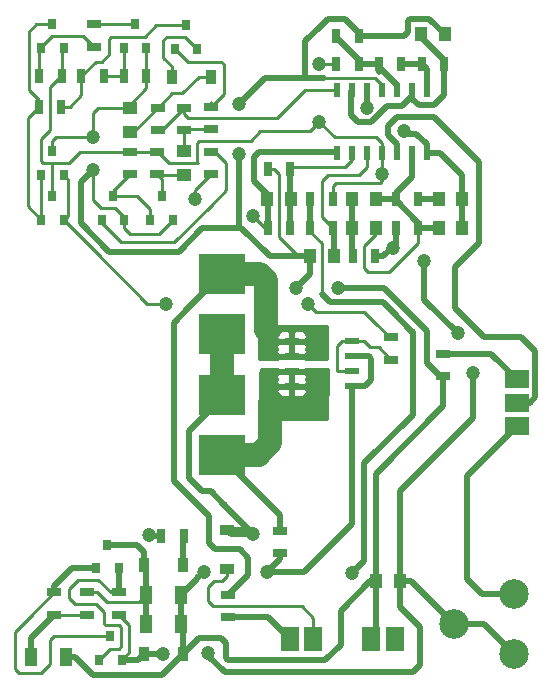
<source format=gbr>
G04 #@! TF.FileFunction,Copper,L1,Top,Signal*
%FSLAX46Y46*%
G04 Gerber Fmt 4.6, Leading zero omitted, Abs format (unit mm)*
G04 Created by KiCad (PCBNEW 4.0.7) date Monday, January 25, 2021 'AMt' 11:59:33 AM*
%MOMM*%
%LPD*%
G01*
G04 APERTURE LIST*
%ADD10C,0.100000*%
%ADD11R,1.200000X0.900000*%
%ADD12R,0.900000X1.200000*%
%ADD13R,0.800000X0.900000*%
%ADD14R,1.000000X1.250000*%
%ADD15R,1.250000X1.000000*%
%ADD16R,1.300000X0.700000*%
%ADD17R,0.700000X1.300000*%
%ADD18R,1.000000X1.600000*%
%ADD19R,2.000000X1.500000*%
%ADD20R,1.500000X2.000000*%
%ADD21R,4.000000X3.500000*%
%ADD22C,2.500000*%
%ADD23R,1.300000X0.600000*%
%ADD24R,0.600000X1.200000*%
%ADD25C,1.200000*%
%ADD26C,0.250000*%
%ADD27C,0.500000*%
%ADD28C,2.000000*%
%ADD29C,0.254000*%
G04 APERTURE END LIST*
D10*
D11*
X87400000Y-120550000D03*
X87400000Y-117250000D03*
D12*
X80350000Y-120250000D03*
X83650000Y-120250000D03*
X80350000Y-127750000D03*
X83650000Y-127750000D03*
X82700000Y-78900000D03*
X86000000Y-78900000D03*
D13*
X76800000Y-91000000D03*
X78700000Y-91000000D03*
X77750000Y-89000000D03*
X80900000Y-91000000D03*
X82800000Y-91000000D03*
X81850000Y-89000000D03*
X82950000Y-76500000D03*
X84850000Y-76500000D03*
X83900000Y-74500000D03*
X71650000Y-76450000D03*
X73550000Y-76450000D03*
X72600000Y-74450000D03*
X78650000Y-76450000D03*
X80550000Y-76450000D03*
X79600000Y-74450000D03*
X71650000Y-91000000D03*
X73550000Y-91000000D03*
X72600000Y-89000000D03*
X71650000Y-87200000D03*
X73550000Y-87200000D03*
X72600000Y-85200000D03*
D14*
X107300000Y-91700000D03*
X105300000Y-91700000D03*
D15*
X83750000Y-87200000D03*
X83750000Y-85200000D03*
X79150000Y-83550000D03*
X79150000Y-81550000D03*
D16*
X91900000Y-117350000D03*
X91900000Y-119250000D03*
X87500000Y-124650000D03*
X87500000Y-122750000D03*
D17*
X83700000Y-117750000D03*
X81800000Y-117750000D03*
D16*
X78250000Y-124450000D03*
X78250000Y-122550000D03*
X75500000Y-122550000D03*
X75500000Y-124450000D03*
X72750000Y-124450000D03*
X72750000Y-122550000D03*
D17*
X90850000Y-86700000D03*
X92750000Y-86700000D03*
X94450000Y-89200000D03*
X96350000Y-89200000D03*
X92750000Y-91700000D03*
X90850000Y-91700000D03*
X99950000Y-94100000D03*
X98050000Y-94100000D03*
X101650000Y-91700000D03*
X103550000Y-91700000D03*
X96650000Y-77800000D03*
X98550000Y-77800000D03*
X96650000Y-75400000D03*
X98550000Y-75400000D03*
X101650000Y-89200000D03*
X103550000Y-89200000D03*
X102150000Y-77800000D03*
X100250000Y-77800000D03*
X103850000Y-77800000D03*
X105750000Y-77800000D03*
D16*
X86000000Y-85250000D03*
X86000000Y-87150000D03*
X79150000Y-87150000D03*
X79150000Y-85250000D03*
X81450000Y-87150000D03*
X81450000Y-85250000D03*
X83750000Y-81500000D03*
X83750000Y-83400000D03*
X81500000Y-83400000D03*
X81500000Y-81500000D03*
X86000000Y-83350000D03*
X86000000Y-81450000D03*
D17*
X71450000Y-81450000D03*
X73350000Y-81450000D03*
X75050000Y-78850000D03*
X76950000Y-78850000D03*
X78650000Y-78850000D03*
X80550000Y-78850000D03*
X71500000Y-78850000D03*
X73400000Y-78850000D03*
D16*
X76150000Y-76350000D03*
X76150000Y-74450000D03*
X101300000Y-102850000D03*
X101300000Y-100950000D03*
D14*
X102000000Y-121600000D03*
X100000000Y-121600000D03*
D17*
X94450000Y-91700000D03*
X96350000Y-91700000D03*
D18*
X80500000Y-125250000D03*
X83500000Y-125250000D03*
D14*
X98000000Y-89200000D03*
X100000000Y-89200000D03*
X105800000Y-75300000D03*
X103800000Y-75300000D03*
X96400000Y-94100000D03*
X94400000Y-94100000D03*
X90800000Y-89200000D03*
X92800000Y-89200000D03*
D18*
X80500000Y-122750000D03*
X83500000Y-122750000D03*
D14*
X98000000Y-91700000D03*
X100000000Y-91700000D03*
D13*
X76300000Y-120500000D03*
X78200000Y-120500000D03*
X77250000Y-118500000D03*
D18*
X70750000Y-128000000D03*
X73750000Y-128000000D03*
D13*
X76550000Y-128250000D03*
X78450000Y-128250000D03*
X77500000Y-126250000D03*
D19*
X111900000Y-108500000D03*
X111900000Y-106500000D03*
X111900000Y-104500000D03*
D20*
X92700000Y-126500000D03*
X94700000Y-126500000D03*
X99600000Y-126500000D03*
X101600000Y-126500000D03*
D16*
X105700000Y-104250000D03*
X105700000Y-102350000D03*
D14*
X107300000Y-89200000D03*
X105300000Y-89200000D03*
D21*
X87000000Y-100640000D03*
X87000000Y-95560000D03*
X87000000Y-110940000D03*
X87000000Y-105860000D03*
D22*
X111700000Y-122660000D03*
X111700000Y-127740000D03*
X106620000Y-125200000D03*
D23*
X92850000Y-101295000D03*
X92850000Y-102565000D03*
X92850000Y-103835000D03*
X92850000Y-105105000D03*
X97950000Y-105105000D03*
X97950000Y-103835000D03*
X97950000Y-102565000D03*
X97950000Y-101295000D03*
D24*
X96690000Y-85350000D03*
X97960000Y-85350000D03*
X99230000Y-85350000D03*
X100500000Y-85350000D03*
X101770000Y-85350000D03*
X103040000Y-85350000D03*
X104310000Y-85350000D03*
X104310000Y-80050000D03*
X103040000Y-80050000D03*
X101770000Y-80050000D03*
X100500000Y-80050000D03*
X99230000Y-80050000D03*
X97960000Y-80050000D03*
X96690000Y-80050000D03*
D25*
X84700000Y-89200000D03*
X80800000Y-117700000D03*
X89600000Y-117600000D03*
X104100000Y-94500000D03*
X100500000Y-87100000D03*
X95200000Y-82700000D03*
X95200000Y-77800000D03*
X108200000Y-104000000D03*
X106900000Y-100600000D03*
X85800000Y-127700000D03*
X82000000Y-127750000D03*
X88400000Y-81200000D03*
X88400000Y-85400000D03*
X93200000Y-96800000D03*
X96800000Y-96800000D03*
X90800000Y-120800000D03*
X85400000Y-120800000D03*
X76000000Y-84000000D03*
X76000000Y-86800000D03*
X94200000Y-98100000D03*
X82200000Y-98100000D03*
X102400000Y-83500000D03*
X99200000Y-81500000D03*
X101400000Y-93400000D03*
X89600000Y-90700000D03*
X98000000Y-120900000D03*
X95000000Y-106000000D03*
X93000000Y-107000000D03*
X95100000Y-100800000D03*
X95100000Y-102100000D03*
D26*
X86300000Y-123700000D02*
X86200000Y-123700000D01*
X86200000Y-123700000D02*
X85800000Y-123300000D01*
X85800000Y-123300000D02*
X85800000Y-122100000D01*
X85800000Y-122100000D02*
X86200000Y-121700000D01*
X87400000Y-120550000D02*
X87400000Y-121200000D01*
X87400000Y-121200000D02*
X87000000Y-121600000D01*
X87000000Y-121600000D02*
X86300000Y-121600000D01*
X86300000Y-121600000D02*
X86200000Y-121700000D01*
X86300000Y-123700000D02*
X93700000Y-123700000D01*
X93700000Y-123700000D02*
X94700000Y-124700000D01*
X94700000Y-124700000D02*
X94700000Y-126500000D01*
X84700000Y-89200000D02*
X84700000Y-88450000D01*
X84700000Y-88450000D02*
X86000000Y-87150000D01*
D27*
X87200000Y-115200000D02*
X86000000Y-114000000D01*
X86000000Y-114000000D02*
X85300000Y-114000000D01*
X85300000Y-114000000D02*
X84200000Y-112900000D01*
X84200000Y-112900000D02*
X84200000Y-108900000D01*
X87000000Y-105860000D02*
X87000000Y-106100000D01*
X87000000Y-106100000D02*
X84200000Y-108900000D01*
X87100000Y-115100000D02*
X87200000Y-115200000D01*
X87200000Y-115200000D02*
X89600000Y-117600000D01*
X87400000Y-117250000D02*
X89250000Y-117250000D01*
X89250000Y-117250000D02*
X89600000Y-117600000D01*
X89600000Y-117600000D02*
X87750000Y-117600000D01*
X87750000Y-117600000D02*
X87400000Y-117250000D01*
D28*
X87000000Y-105860000D02*
X87000000Y-100640000D01*
D27*
X81800000Y-117750000D02*
X80850000Y-117750000D01*
X80850000Y-117750000D02*
X80800000Y-117700000D01*
X87500000Y-124650000D02*
X90850000Y-124650000D01*
X90850000Y-124650000D02*
X92700000Y-126500000D01*
D26*
X80500000Y-122750000D02*
X79850000Y-123400000D01*
X76350000Y-122550000D02*
X77200000Y-123400000D01*
X77200000Y-123400000D02*
X79850000Y-123400000D01*
X76350000Y-122550000D02*
X75500000Y-122550000D01*
D27*
X80350000Y-120250000D02*
X80350000Y-119100000D01*
X79750000Y-118500000D02*
X77250000Y-118500000D01*
X80350000Y-119100000D02*
X79750000Y-118500000D01*
X80500000Y-125250000D02*
X80500000Y-122750000D01*
X80500000Y-122750000D02*
X80500000Y-120400000D01*
X80500000Y-120400000D02*
X80350000Y-120250000D01*
X83650000Y-120250000D02*
X83650000Y-117800000D01*
X83650000Y-117800000D02*
X83700000Y-117750000D01*
X100500000Y-86900000D02*
X100500000Y-87100000D01*
D26*
X81450000Y-85250000D02*
X81550000Y-85250000D01*
X81550000Y-85250000D02*
X82500000Y-86200000D01*
X94400000Y-83500000D02*
X95200000Y-82700000D01*
X90200000Y-83500000D02*
X94400000Y-83500000D01*
X89400000Y-84300000D02*
X90200000Y-83500000D01*
X85000000Y-84300000D02*
X89400000Y-84300000D01*
X84800000Y-84500000D02*
X85000000Y-84300000D01*
X84800000Y-86100000D02*
X84800000Y-84500000D01*
X84900000Y-86200000D02*
X84800000Y-86100000D01*
X82500000Y-86200000D02*
X84900000Y-86200000D01*
X96650000Y-77800000D02*
X95200000Y-77800000D01*
X100500000Y-85350000D02*
X100500000Y-84500000D01*
X96500000Y-84000000D02*
X95200000Y-82700000D01*
X100000000Y-84000000D02*
X96500000Y-84000000D01*
X100500000Y-84500000D02*
X100000000Y-84000000D01*
D27*
X102000000Y-121600000D02*
X102000000Y-114000000D01*
X102000000Y-114000000D02*
X108200000Y-107800000D01*
X108200000Y-107800000D02*
X108200000Y-104000000D01*
X106900000Y-100600000D02*
X104100000Y-97800000D01*
X104100000Y-97800000D02*
X104100000Y-94500000D01*
X104100000Y-94500000D02*
X104100000Y-94300000D01*
D26*
X100500000Y-87700000D02*
X100500000Y-86900000D01*
X96350000Y-88150000D02*
X96600000Y-87900000D01*
X96600000Y-87900000D02*
X100300000Y-87900000D01*
X100300000Y-87900000D02*
X100500000Y-87700000D01*
X100500000Y-85350000D02*
X100500000Y-86900000D01*
X96350000Y-88150000D02*
X96350000Y-89200000D01*
D27*
X104000000Y-122580000D02*
X103980000Y-122580000D01*
X103980000Y-122580000D02*
X103000000Y-121600000D01*
X103000000Y-121600000D02*
X102000000Y-121600000D01*
X106620000Y-125200000D02*
X109160000Y-125200000D01*
X109160000Y-125200000D02*
X111700000Y-127740000D01*
X104000000Y-122580000D02*
X106620000Y-125200000D01*
X102000000Y-121600000D02*
X102000000Y-123800000D01*
X102000000Y-123800000D02*
X103700000Y-125500000D01*
X103700000Y-125500000D02*
X103700000Y-128700000D01*
X103700000Y-128700000D02*
X103100000Y-129300000D01*
X85800000Y-127700000D02*
X85800000Y-127900000D01*
X85800000Y-127900000D02*
X87200000Y-129300000D01*
X87200000Y-129300000D02*
X103100000Y-129300000D01*
X80350000Y-127750000D02*
X82000000Y-127750000D01*
D26*
X71800000Y-86200000D02*
X71600000Y-86000000D01*
X71600000Y-86000000D02*
X71600000Y-85800000D01*
X73400000Y-78850000D02*
X73350000Y-78850000D01*
X73350000Y-78850000D02*
X72400000Y-79800000D01*
X72400000Y-79800000D02*
X72400000Y-83400000D01*
X72400000Y-83400000D02*
X71600000Y-84200000D01*
X71600000Y-84200000D02*
X71600000Y-85800000D01*
X71800000Y-86200000D02*
X72600000Y-86200000D01*
X72600000Y-89000000D02*
X72600000Y-86200000D01*
X74950000Y-85250000D02*
X79150000Y-85250000D01*
X74000000Y-86200000D02*
X74950000Y-85250000D01*
X72600000Y-86200000D02*
X74000000Y-86200000D01*
X79150000Y-85250000D02*
X81450000Y-85250000D01*
X73400000Y-78850000D02*
X73400000Y-76600000D01*
X73400000Y-76600000D02*
X73550000Y-76450000D01*
X78250000Y-124450000D02*
X79100000Y-125300000D01*
X79100000Y-127600000D02*
X78450000Y-128250000D01*
X79100000Y-125300000D02*
X79100000Y-127600000D01*
D27*
X78450000Y-128250000D02*
X79850000Y-128250000D01*
X79850000Y-128250000D02*
X80350000Y-127750000D01*
D26*
X78250000Y-124450000D02*
X78250000Y-124500000D01*
X78750000Y-127950000D02*
X78450000Y-128250000D01*
D27*
X88400000Y-91700000D02*
X88400000Y-85400000D01*
X90600000Y-79000000D02*
X94200000Y-79000000D01*
X88400000Y-81200000D02*
X90600000Y-79000000D01*
X105700000Y-104250000D02*
X105450000Y-104250000D01*
X105450000Y-104250000D02*
X104300000Y-103100000D01*
X94400000Y-95600000D02*
X94400000Y-94100000D01*
X93200000Y-96800000D02*
X94400000Y-95600000D01*
X100700000Y-96800000D02*
X96800000Y-96800000D01*
X104300000Y-100400000D02*
X100700000Y-96800000D01*
X104300000Y-103100000D02*
X104300000Y-100400000D01*
X95300000Y-74600000D02*
X94000000Y-75900000D01*
X94000000Y-75900000D02*
X94000000Y-78800000D01*
X94000000Y-78800000D02*
X94200000Y-79000000D01*
X97400000Y-74000000D02*
X98550000Y-75150000D01*
X95900000Y-74000000D02*
X95300000Y-74600000D01*
X97400000Y-74000000D02*
X95900000Y-74000000D01*
D26*
X100500000Y-79600000D02*
X99900000Y-79000000D01*
D27*
X94200000Y-79000000D02*
X95600000Y-79000000D01*
D26*
X99900000Y-79000000D02*
X95600000Y-79000000D01*
D27*
X98550000Y-75400000D02*
X98550000Y-75150000D01*
D26*
X100500000Y-80050000D02*
X100500000Y-79600000D01*
D27*
X94400000Y-94100000D02*
X91000000Y-94100000D01*
X88600000Y-91700000D02*
X88400000Y-91700000D01*
X91000000Y-94100000D02*
X88600000Y-91700000D01*
X76000000Y-86800000D02*
X75000000Y-87800000D01*
X75000000Y-87800000D02*
X75000000Y-91300000D01*
X75000000Y-91300000D02*
X77400000Y-93700000D01*
X77400000Y-93700000D02*
X83300000Y-93700000D01*
X83300000Y-93700000D02*
X85300000Y-91700000D01*
X85300000Y-91700000D02*
X88400000Y-91700000D01*
X91900000Y-119250000D02*
X91900000Y-119700000D01*
X91900000Y-119700000D02*
X90800000Y-120800000D01*
X90800000Y-120800000D02*
X93900000Y-120800000D01*
X83500000Y-122750000D02*
X84850000Y-121400000D01*
X97950000Y-113650000D02*
X97950000Y-105105000D01*
X84850000Y-121350000D02*
X85400000Y-120800000D01*
X84850000Y-121400000D02*
X84850000Y-121350000D01*
X97950000Y-116750000D02*
X97950000Y-113650000D01*
X93900000Y-120800000D02*
X97950000Y-116750000D01*
X100000000Y-121600000D02*
X100000000Y-112500000D01*
X105700000Y-106800000D02*
X105700000Y-104250000D01*
X100000000Y-112500000D02*
X105700000Y-106800000D01*
D26*
X90850000Y-86700000D02*
X91400000Y-86700000D01*
X93400000Y-94100000D02*
X94400000Y-94100000D01*
X91800000Y-92500000D02*
X93400000Y-94100000D01*
X91800000Y-87100000D02*
X91800000Y-92500000D01*
X91400000Y-86700000D02*
X91800000Y-87100000D01*
D27*
X98550000Y-75400000D02*
X102400000Y-75400000D01*
X102400000Y-75400000D02*
X102700000Y-75100000D01*
X102700000Y-75100000D02*
X102700000Y-74200000D01*
X102700000Y-74200000D02*
X102900000Y-74000000D01*
X102900000Y-74000000D02*
X104500000Y-74000000D01*
X104500000Y-74000000D02*
X105800000Y-75300000D01*
X97950000Y-102565000D02*
X99365000Y-102565000D01*
X99095000Y-105105000D02*
X97950000Y-105105000D01*
X99600000Y-104600000D02*
X99095000Y-105105000D01*
X99600000Y-102800000D02*
X99600000Y-104600000D01*
X99365000Y-102565000D02*
X99600000Y-102800000D01*
X100000000Y-121600000D02*
X100000000Y-126100000D01*
X100000000Y-126100000D02*
X99600000Y-126500000D01*
X100000000Y-121600000D02*
X99500000Y-121600000D01*
X99500000Y-121600000D02*
X97000000Y-124100000D01*
X97000000Y-124100000D02*
X97000000Y-127000000D01*
X97000000Y-127000000D02*
X95700000Y-128300000D01*
X83650000Y-127750000D02*
X85000000Y-126400000D01*
X85000000Y-126400000D02*
X86900000Y-126400000D01*
X86900000Y-126400000D02*
X87300000Y-126800000D01*
X87300000Y-126800000D02*
X87300000Y-128100000D01*
X87300000Y-128100000D02*
X87500000Y-128300000D01*
X87500000Y-128300000D02*
X95700000Y-128300000D01*
X83650000Y-127750000D02*
X83850000Y-127750000D01*
D26*
X77900000Y-90000000D02*
X76700000Y-90000000D01*
X76700000Y-90000000D02*
X76000000Y-89300000D01*
X76000000Y-89300000D02*
X76000000Y-86800000D01*
X77900000Y-90000000D02*
X78700000Y-90800000D01*
D27*
X83550000Y-122800000D02*
X83500000Y-122750000D01*
D26*
X76000000Y-84000000D02*
X76000000Y-82000000D01*
X77250000Y-81550000D02*
X79150000Y-81550000D01*
X76450000Y-81550000D02*
X77250000Y-81550000D01*
X76000000Y-82000000D02*
X76450000Y-81550000D01*
X72600000Y-85200000D02*
X72600000Y-84300000D01*
X72900000Y-84000000D02*
X76000000Y-84000000D01*
X72600000Y-84300000D02*
X72900000Y-84000000D01*
X78700000Y-91000000D02*
X78700000Y-90800000D01*
X78700000Y-91000000D02*
X78700000Y-91700000D01*
X81600000Y-92200000D02*
X82800000Y-91000000D01*
X79200000Y-92200000D02*
X81600000Y-92200000D01*
X78700000Y-91700000D02*
X79200000Y-92200000D01*
X79150000Y-81550000D02*
X79150000Y-81250000D01*
X79150000Y-81250000D02*
X80550000Y-79850000D01*
X80550000Y-79850000D02*
X80550000Y-78850000D01*
X80550000Y-78850000D02*
X80550000Y-76450000D01*
D27*
X83650000Y-127750000D02*
X83650000Y-125400000D01*
X83650000Y-125400000D02*
X83500000Y-125250000D01*
X83500000Y-122750000D02*
X83500000Y-125250000D01*
X73750000Y-128000000D02*
X74500000Y-128000000D01*
X81900000Y-129500000D02*
X83650000Y-127750000D01*
X76000000Y-129500000D02*
X81900000Y-129500000D01*
X74500000Y-128000000D02*
X76000000Y-129500000D01*
D26*
X82700000Y-78900000D02*
X82700000Y-78000000D01*
X83850000Y-75500000D02*
X84850000Y-76500000D01*
X82300000Y-75500000D02*
X83850000Y-75500000D01*
X82000000Y-75800000D02*
X82300000Y-75500000D01*
X82000000Y-77300000D02*
X82000000Y-75800000D01*
X82700000Y-78000000D02*
X82000000Y-77300000D01*
X86000000Y-78900000D02*
X85000000Y-78900000D01*
X82700000Y-80300000D02*
X81500000Y-81500000D01*
X83600000Y-80300000D02*
X82700000Y-80300000D01*
X85000000Y-78900000D02*
X83600000Y-80300000D01*
X79150000Y-83550000D02*
X79450000Y-83550000D01*
X79450000Y-83550000D02*
X81500000Y-81500000D01*
X97950000Y-101295000D02*
X98995000Y-101295000D01*
X100250000Y-101800000D02*
X101300000Y-102850000D01*
X99500000Y-101800000D02*
X100250000Y-101800000D01*
X98995000Y-101295000D02*
X99500000Y-101800000D01*
X97950000Y-103835000D02*
X96735000Y-103835000D01*
X97105000Y-101295000D02*
X97950000Y-101295000D01*
X96700000Y-101700000D02*
X97105000Y-101295000D01*
X96700000Y-103800000D02*
X96700000Y-101700000D01*
X96735000Y-103835000D02*
X96700000Y-103800000D01*
X86000000Y-85250000D02*
X86350000Y-85250000D01*
X86350000Y-85250000D02*
X87300000Y-86200000D01*
X87300000Y-86200000D02*
X87300000Y-88500000D01*
X87300000Y-88500000D02*
X86000000Y-89800000D01*
X76800000Y-91000000D02*
X76800000Y-91300000D01*
X76800000Y-91300000D02*
X78400000Y-92900000D01*
X78400000Y-92900000D02*
X82900000Y-92900000D01*
X82900000Y-92900000D02*
X86000000Y-89800000D01*
X77750000Y-89000000D02*
X79800000Y-89000000D01*
X80900000Y-90100000D02*
X80900000Y-91000000D01*
X79800000Y-89000000D02*
X80900000Y-90100000D01*
X77750000Y-89000000D02*
X77750000Y-88550000D01*
X77750000Y-88550000D02*
X79150000Y-87150000D01*
X81850000Y-89000000D02*
X81850000Y-87550000D01*
X81850000Y-87550000D02*
X81450000Y-87150000D01*
X83750000Y-87200000D02*
X81500000Y-87200000D01*
X81500000Y-87200000D02*
X81450000Y-87150000D01*
X82950000Y-76500000D02*
X83000000Y-76500000D01*
X83000000Y-76500000D02*
X84100000Y-77600000D01*
X84100000Y-77600000D02*
X86900000Y-77600000D01*
X86900000Y-77600000D02*
X87100000Y-77800000D01*
X87100000Y-77800000D02*
X87100000Y-80350000D01*
X87100000Y-80350000D02*
X86000000Y-81450000D01*
X86000000Y-81000000D02*
X86000000Y-81450000D01*
X83900000Y-74500000D02*
X81400000Y-74500000D01*
X76300000Y-77600000D02*
X75050000Y-78850000D01*
X76800000Y-77600000D02*
X76300000Y-77600000D01*
X77400000Y-77000000D02*
X76800000Y-77600000D01*
X77400000Y-75700000D02*
X77400000Y-77000000D01*
X77600000Y-75500000D02*
X77400000Y-75700000D01*
X80400000Y-75500000D02*
X77600000Y-75500000D01*
X81400000Y-74500000D02*
X80400000Y-75500000D01*
X73350000Y-81450000D02*
X74050000Y-81450000D01*
X75050000Y-80450000D02*
X75050000Y-78850000D01*
X74050000Y-81450000D02*
X75050000Y-80450000D01*
X71650000Y-76450000D02*
X71650000Y-76350000D01*
X71650000Y-76350000D02*
X72600000Y-75400000D01*
X75200000Y-75400000D02*
X76150000Y-76350000D01*
X72600000Y-75400000D02*
X75200000Y-75400000D01*
X71500000Y-78850000D02*
X71500000Y-76600000D01*
X71500000Y-76600000D02*
X71650000Y-76450000D01*
X71650000Y-91000000D02*
X71650000Y-87200000D01*
X71450000Y-81450000D02*
X70500000Y-82400000D01*
X70500000Y-89850000D02*
X71650000Y-91000000D01*
X70500000Y-82400000D02*
X70500000Y-89850000D01*
X71450000Y-81450000D02*
X71450000Y-80850000D01*
X71450000Y-80850000D02*
X70600000Y-80000000D01*
X70600000Y-80000000D02*
X70600000Y-75100000D01*
X70600000Y-75100000D02*
X71250000Y-74450000D01*
X71250000Y-74450000D02*
X72600000Y-74450000D01*
X78650000Y-78850000D02*
X78650000Y-76450000D01*
X76950000Y-78850000D02*
X78650000Y-78850000D01*
X76150000Y-74450000D02*
X79600000Y-74450000D01*
X100000000Y-99800000D02*
X99000000Y-98800000D01*
X101150000Y-100950000D02*
X100000000Y-99800000D01*
X94900000Y-98800000D02*
X94200000Y-98100000D01*
X99000000Y-98800000D02*
X94900000Y-98800000D01*
X82200000Y-98100000D02*
X80650000Y-98100000D01*
X73550000Y-91000000D02*
X76150000Y-93600000D01*
X80650000Y-98100000D02*
X76150000Y-93600000D01*
D27*
X94200000Y-98100000D02*
X94400000Y-98300000D01*
D26*
X101300000Y-100950000D02*
X101150000Y-100950000D01*
X73550000Y-87200000D02*
X73550000Y-87250000D01*
X73550000Y-87250000D02*
X73900000Y-87600000D01*
X73900000Y-87600000D02*
X73900000Y-90650000D01*
X73900000Y-90650000D02*
X73550000Y-91000000D01*
D27*
X105750000Y-77800000D02*
X105750000Y-80450000D01*
X103040000Y-80740000D02*
X103600000Y-81300000D01*
X103600000Y-81300000D02*
X104900000Y-81300000D01*
X104900000Y-81300000D02*
X105750000Y-80450000D01*
X103040000Y-80740000D02*
X103040000Y-80050000D01*
X102200000Y-81400000D02*
X100900000Y-81400000D01*
X103040000Y-80560000D02*
X102200000Y-81400000D01*
X97900000Y-82100000D02*
X97900000Y-80110000D01*
X98500000Y-82700000D02*
X97900000Y-82100000D01*
X99600000Y-82700000D02*
X98500000Y-82700000D01*
X100900000Y-81400000D02*
X99600000Y-82700000D01*
X97900000Y-80110000D02*
X97960000Y-80050000D01*
X103040000Y-80560000D02*
X103040000Y-80050000D01*
X105750000Y-77800000D02*
X105750000Y-77450000D01*
X105750000Y-77450000D02*
X103800000Y-75500000D01*
X103800000Y-75500000D02*
X103800000Y-75300000D01*
X103400000Y-83700000D02*
X102600000Y-83700000D01*
X104310000Y-85350000D02*
X104310000Y-84610000D01*
X103400000Y-83700000D02*
X104310000Y-84610000D01*
X99230000Y-81470000D02*
X99200000Y-81500000D01*
X99230000Y-81470000D02*
X99230000Y-80050000D01*
X102600000Y-83700000D02*
X102400000Y-83500000D01*
X107300000Y-88000000D02*
X107300000Y-87200000D01*
X105450000Y-85350000D02*
X107300000Y-87200000D01*
X107300000Y-89200000D02*
X107300000Y-88000000D01*
X105450000Y-85350000D02*
X104310000Y-85350000D01*
X107300000Y-91700000D02*
X107300000Y-89200000D01*
X105300000Y-89200000D02*
X103550000Y-89200000D01*
D26*
X86000000Y-83350000D02*
X83800000Y-83350000D01*
X83800000Y-83350000D02*
X83750000Y-83400000D01*
X83750000Y-85200000D02*
X83750000Y-83400000D01*
D27*
X100250000Y-77800000D02*
X100250000Y-78050000D01*
X100250000Y-78050000D02*
X101770000Y-79570000D01*
X101770000Y-79570000D02*
X101770000Y-80050000D01*
X98550000Y-77800000D02*
X98550000Y-77450000D01*
X98550000Y-77450000D02*
X96650000Y-75550000D01*
X96650000Y-75550000D02*
X96650000Y-75400000D01*
X98550000Y-77800000D02*
X100250000Y-77800000D01*
X100250000Y-77800000D02*
X100250000Y-78450000D01*
X104310000Y-80050000D02*
X104310000Y-78260000D01*
X104310000Y-78260000D02*
X103850000Y-77800000D01*
X102150000Y-77800000D02*
X103850000Y-77800000D01*
D26*
X83750000Y-81500000D02*
X83750000Y-82050000D01*
X93950000Y-80050000D02*
X96690000Y-80050000D01*
X91600000Y-82400000D02*
X93950000Y-80050000D01*
X84100000Y-82400000D02*
X91600000Y-82400000D01*
X83750000Y-82050000D02*
X84100000Y-82400000D01*
X81500000Y-83400000D02*
X81850000Y-83400000D01*
X81850000Y-83400000D02*
X83750000Y-81500000D01*
D27*
X101770000Y-85350000D02*
X101770000Y-84570000D01*
X113000000Y-106500000D02*
X111900000Y-106500000D01*
X113500000Y-106000000D02*
X113000000Y-106500000D01*
X113500000Y-102100000D02*
X113500000Y-106000000D01*
X112300000Y-100900000D02*
X113500000Y-102100000D01*
X109100000Y-100900000D02*
X112300000Y-100900000D01*
X106700000Y-98500000D02*
X109100000Y-100900000D01*
X106700000Y-95000000D02*
X106700000Y-98500000D01*
X107700000Y-94000000D02*
X106700000Y-95000000D01*
X108700000Y-93000000D02*
X107700000Y-94000000D01*
X108700000Y-86100000D02*
X108700000Y-93000000D01*
X104900000Y-82300000D02*
X108700000Y-86100000D01*
X101800000Y-82300000D02*
X104900000Y-82300000D01*
X101000000Y-83100000D02*
X101800000Y-82300000D01*
X101000000Y-83800000D02*
X101000000Y-83100000D01*
X101770000Y-84570000D02*
X101000000Y-83800000D01*
D26*
X95400000Y-90750000D02*
X95400000Y-87700000D01*
X96350000Y-91700000D02*
X95400000Y-90750000D01*
X99230000Y-86570000D02*
X99230000Y-85350000D01*
X98600000Y-87200000D02*
X99230000Y-86570000D01*
X95900000Y-87200000D02*
X98600000Y-87200000D01*
X95400000Y-87700000D02*
X95900000Y-87200000D01*
D27*
X96400000Y-94100000D02*
X96400000Y-91750000D01*
X96400000Y-91750000D02*
X96350000Y-91700000D01*
D26*
X90850000Y-91700000D02*
X90600000Y-91700000D01*
X90600000Y-91700000D02*
X89600000Y-90700000D01*
X101500000Y-93400000D02*
X101500000Y-93200000D01*
X101400000Y-93300000D02*
X101500000Y-93400000D01*
X101400000Y-93400000D02*
X101400000Y-93300000D01*
D27*
X94400000Y-85300000D02*
X92600000Y-85300000D01*
X90800000Y-89200000D02*
X90800000Y-88800000D01*
X90800000Y-88800000D02*
X89700000Y-87700000D01*
X89700000Y-87700000D02*
X89700000Y-85700000D01*
X89700000Y-85700000D02*
X90100000Y-85300000D01*
X90100000Y-85300000D02*
X92600000Y-85300000D01*
X94300000Y-85300000D02*
X94400000Y-85300000D01*
X94400000Y-85300000D02*
X96640000Y-85300000D01*
X92600000Y-85300000D02*
X93500000Y-85300000D01*
X96640000Y-85300000D02*
X96690000Y-85350000D01*
X90850000Y-91700000D02*
X90850000Y-89250000D01*
X90850000Y-89250000D02*
X90800000Y-89200000D01*
X99950000Y-94100000D02*
X100600000Y-94100000D01*
X101650000Y-93050000D02*
X101650000Y-91700000D01*
X100600000Y-94100000D02*
X101500000Y-93200000D01*
X101500000Y-93200000D02*
X101650000Y-93050000D01*
D26*
X97960000Y-85350000D02*
X97960000Y-85940000D01*
X97960000Y-85940000D02*
X97400000Y-86500000D01*
X97400000Y-86500000D02*
X92950000Y-86500000D01*
X92950000Y-86500000D02*
X92750000Y-86700000D01*
X97960000Y-85350000D02*
X97960000Y-85840000D01*
D27*
X92750000Y-86700000D02*
X92750000Y-89150000D01*
X92750000Y-89150000D02*
X92800000Y-89200000D01*
X92750000Y-91700000D02*
X92750000Y-89250000D01*
X92750000Y-89250000D02*
X92800000Y-89200000D01*
X96500000Y-98000000D02*
X96100000Y-98000000D01*
D26*
X95400000Y-93000000D02*
X94450000Y-92050000D01*
X95400000Y-93000000D02*
X95400000Y-97300000D01*
D27*
X95400000Y-97300000D02*
X96100000Y-98000000D01*
X101400000Y-98800000D02*
X100600000Y-98000000D01*
X100600000Y-98000000D02*
X96500000Y-98000000D01*
X96500000Y-98000000D02*
X96200000Y-98000000D01*
X103100000Y-107500000D02*
X103100000Y-100500000D01*
X103100000Y-100500000D02*
X103000000Y-100400000D01*
X103000000Y-100400000D02*
X101400000Y-98800000D01*
X99000000Y-111600000D02*
X103100000Y-107500000D01*
X99000000Y-119900000D02*
X99000000Y-111600000D01*
X98000000Y-120900000D02*
X99000000Y-119900000D01*
D26*
X94450000Y-91700000D02*
X94450000Y-92050000D01*
D27*
X94450000Y-91700000D02*
X94450000Y-89200000D01*
X98000000Y-91700000D02*
X98000000Y-94050000D01*
X98000000Y-94050000D02*
X98050000Y-94100000D01*
X98000000Y-89200000D02*
X98000000Y-91700000D01*
D26*
X100800000Y-95400000D02*
X101100000Y-95400000D01*
X99300000Y-95400000D02*
X100800000Y-95400000D01*
X99000000Y-95100000D02*
X99300000Y-95400000D01*
X99000000Y-93200000D02*
X99000000Y-95100000D01*
X100000000Y-92200000D02*
X99000000Y-93200000D01*
X103550000Y-92950000D02*
X103550000Y-91700000D01*
X101100000Y-95400000D02*
X103550000Y-92950000D01*
D27*
X103040000Y-86560000D02*
X103040000Y-87360000D01*
X103040000Y-85350000D02*
X103040000Y-86560000D01*
X103040000Y-87360000D02*
X101650000Y-88750000D01*
D26*
X100000000Y-91700000D02*
X100000000Y-92200000D01*
X103550000Y-92250000D02*
X103550000Y-91700000D01*
D27*
X100000000Y-89200000D02*
X101650000Y-89200000D01*
X103550000Y-91700000D02*
X103550000Y-91250000D01*
X103550000Y-91250000D02*
X101650000Y-89350000D01*
X101650000Y-89350000D02*
X101650000Y-89200000D01*
X101650000Y-89200000D02*
X101650000Y-88750000D01*
X103550000Y-91700000D02*
X105300000Y-91700000D01*
D26*
X77000000Y-125100000D02*
X77000000Y-125200000D01*
X77500000Y-127300000D02*
X76550000Y-128250000D01*
X78200000Y-127300000D02*
X77500000Y-127300000D01*
X78400000Y-127100000D02*
X78200000Y-127300000D01*
X78400000Y-125500000D02*
X78400000Y-127100000D01*
X78200000Y-125300000D02*
X78400000Y-125500000D01*
X77100000Y-125300000D02*
X78200000Y-125300000D01*
X77000000Y-125200000D02*
X77100000Y-125300000D01*
X74000000Y-122250000D02*
X74000000Y-123000000D01*
X77550000Y-122550000D02*
X76500000Y-121500000D01*
X76500000Y-121500000D02*
X74750000Y-121500000D01*
X74750000Y-121500000D02*
X74000000Y-122250000D01*
X78250000Y-122550000D02*
X77550000Y-122550000D01*
X77000000Y-124250000D02*
X77000000Y-125100000D01*
X77000000Y-125100000D02*
X77000000Y-125000000D01*
X76250000Y-123500000D02*
X77000000Y-124250000D01*
X74500000Y-123500000D02*
X76250000Y-123500000D01*
X74000000Y-123000000D02*
X74500000Y-123500000D01*
X76250000Y-128250000D02*
X76550000Y-128250000D01*
D27*
X78200000Y-120500000D02*
X78200000Y-122500000D01*
X78200000Y-122500000D02*
X78250000Y-122550000D01*
D26*
X75500000Y-124450000D02*
X72750000Y-124450000D01*
D27*
X70750000Y-128000000D02*
X70750000Y-126450000D01*
X70750000Y-126450000D02*
X72750000Y-124450000D01*
X70750000Y-128000000D02*
X70750000Y-127450000D01*
D26*
X72750000Y-122550000D02*
X70700000Y-124600000D01*
X72750000Y-126250000D02*
X77500000Y-126250000D01*
X72400000Y-126600000D02*
X72750000Y-126250000D01*
X72400000Y-128600000D02*
X72400000Y-126600000D01*
X71600000Y-129400000D02*
X72400000Y-128600000D01*
X69800000Y-129400000D02*
X71600000Y-129400000D01*
X69400000Y-129000000D02*
X69800000Y-129400000D01*
X69400000Y-125900000D02*
X69400000Y-129000000D01*
X70700000Y-124600000D02*
X69400000Y-125900000D01*
D27*
X72750000Y-122550000D02*
X72750000Y-122000000D01*
X74250000Y-120500000D02*
X76300000Y-120500000D01*
X72750000Y-122000000D02*
X74250000Y-120500000D01*
X111700000Y-122660000D02*
X108960000Y-122660000D01*
X108960000Y-122660000D02*
X107700000Y-121400000D01*
X107700000Y-121400000D02*
X107700000Y-112700000D01*
X107700000Y-112700000D02*
X111900000Y-108500000D01*
X105700000Y-102350000D02*
X109750000Y-102350000D01*
X109750000Y-102350000D02*
X111900000Y-104500000D01*
D28*
X87000000Y-110940000D02*
X90100000Y-110940000D01*
X90100000Y-110800000D02*
X91000000Y-109900000D01*
X91000000Y-109900000D02*
X91000000Y-107500000D01*
X91000000Y-107500000D02*
X91000000Y-106500000D01*
X90100000Y-110940000D02*
X90100000Y-110800000D01*
D27*
X87000000Y-110940000D02*
X87000000Y-111100000D01*
X87000000Y-111100000D02*
X91900000Y-116000000D01*
X91900000Y-116000000D02*
X91900000Y-117350000D01*
D26*
X95000000Y-102100000D02*
X95100000Y-102100000D01*
D28*
X90700000Y-97500000D02*
X90700000Y-100300000D01*
X90160000Y-95560000D02*
X90700000Y-96100000D01*
X90700000Y-96100000D02*
X90700000Y-97500000D01*
X87000000Y-95560000D02*
X90160000Y-95560000D01*
X90700000Y-100300000D02*
X90800000Y-100400000D01*
D27*
X82900000Y-112900000D02*
X82900000Y-113100000D01*
X82900000Y-113100000D02*
X83000000Y-113200000D01*
X83500000Y-113700000D02*
X83000000Y-113200000D01*
X83500000Y-113700000D02*
X85900000Y-116100000D01*
X85900000Y-116100000D02*
X85900000Y-118400000D01*
X84200000Y-98400000D02*
X82900000Y-99700000D01*
X82900000Y-99700000D02*
X82900000Y-112900000D01*
X85900000Y-118400000D02*
X86400000Y-118900000D01*
X86400000Y-118900000D02*
X88500000Y-118900000D01*
X88500000Y-118900000D02*
X89200000Y-119600000D01*
X89200000Y-119600000D02*
X89200000Y-121050000D01*
X89200000Y-121050000D02*
X87500000Y-122750000D01*
X87000000Y-95560000D02*
X87000000Y-95600000D01*
X87000000Y-95600000D02*
X84200000Y-98400000D01*
D29*
G36*
X95873000Y-102773000D02*
X94057250Y-102773000D01*
X93976250Y-102692000D01*
X92977000Y-102692000D01*
X92977000Y-102712000D01*
X92723000Y-102712000D01*
X92723000Y-102692000D01*
X91723750Y-102692000D01*
X91642750Y-102773000D01*
X90127000Y-102773000D01*
X90127000Y-101580750D01*
X91565000Y-101580750D01*
X91565000Y-101721309D01*
X91651443Y-101930000D01*
X91565000Y-102138691D01*
X91565000Y-102279250D01*
X91723750Y-102438000D01*
X92723000Y-102438000D01*
X92723000Y-101422000D01*
X92977000Y-101422000D01*
X92977000Y-102438000D01*
X93976250Y-102438000D01*
X94135000Y-102279250D01*
X94135000Y-102138691D01*
X94048557Y-101930000D01*
X94135000Y-101721309D01*
X94135000Y-101580750D01*
X93976250Y-101422000D01*
X92977000Y-101422000D01*
X92723000Y-101422000D01*
X91723750Y-101422000D01*
X91565000Y-101580750D01*
X90127000Y-101580750D01*
X90127000Y-100868691D01*
X91565000Y-100868691D01*
X91565000Y-101009250D01*
X91723750Y-101168000D01*
X92723000Y-101168000D01*
X92723000Y-100518750D01*
X92977000Y-100518750D01*
X92977000Y-101168000D01*
X93976250Y-101168000D01*
X94135000Y-101009250D01*
X94135000Y-100868691D01*
X94038327Y-100635302D01*
X93859699Y-100456673D01*
X93626310Y-100360000D01*
X93135750Y-100360000D01*
X92977000Y-100518750D01*
X92723000Y-100518750D01*
X92564250Y-100360000D01*
X92073690Y-100360000D01*
X91840301Y-100456673D01*
X91661673Y-100635302D01*
X91565000Y-100868691D01*
X90127000Y-100868691D01*
X90127000Y-100027000D01*
X95873000Y-100027000D01*
X95873000Y-102773000D01*
X95873000Y-102773000D01*
G37*
X95873000Y-102773000D02*
X94057250Y-102773000D01*
X93976250Y-102692000D01*
X92977000Y-102692000D01*
X92977000Y-102712000D01*
X92723000Y-102712000D01*
X92723000Y-102692000D01*
X91723750Y-102692000D01*
X91642750Y-102773000D01*
X90127000Y-102773000D01*
X90127000Y-101580750D01*
X91565000Y-101580750D01*
X91565000Y-101721309D01*
X91651443Y-101930000D01*
X91565000Y-102138691D01*
X91565000Y-102279250D01*
X91723750Y-102438000D01*
X92723000Y-102438000D01*
X92723000Y-101422000D01*
X92977000Y-101422000D01*
X92977000Y-102438000D01*
X93976250Y-102438000D01*
X94135000Y-102279250D01*
X94135000Y-102138691D01*
X94048557Y-101930000D01*
X94135000Y-101721309D01*
X94135000Y-101580750D01*
X93976250Y-101422000D01*
X92977000Y-101422000D01*
X92723000Y-101422000D01*
X91723750Y-101422000D01*
X91565000Y-101580750D01*
X90127000Y-101580750D01*
X90127000Y-100868691D01*
X91565000Y-100868691D01*
X91565000Y-101009250D01*
X91723750Y-101168000D01*
X92723000Y-101168000D01*
X92723000Y-100518750D01*
X92977000Y-100518750D01*
X92977000Y-101168000D01*
X93976250Y-101168000D01*
X94135000Y-101009250D01*
X94135000Y-100868691D01*
X94038327Y-100635302D01*
X93859699Y-100456673D01*
X93626310Y-100360000D01*
X93135750Y-100360000D01*
X92977000Y-100518750D01*
X92723000Y-100518750D01*
X92564250Y-100360000D01*
X92073690Y-100360000D01*
X91840301Y-100456673D01*
X91661673Y-100635302D01*
X91565000Y-100868691D01*
X90127000Y-100868691D01*
X90127000Y-100027000D01*
X95873000Y-100027000D01*
X95873000Y-102773000D01*
G36*
X91723750Y-103708000D02*
X92723000Y-103708000D01*
X92723000Y-103688000D01*
X92977000Y-103688000D01*
X92977000Y-103708000D01*
X93976250Y-103708000D01*
X94057250Y-103627000D01*
X95940000Y-103627000D01*
X95940000Y-103800000D01*
X95963659Y-103918938D01*
X95875791Y-107873000D01*
X90129854Y-107873000D01*
X90185014Y-105390750D01*
X91565000Y-105390750D01*
X91565000Y-105531309D01*
X91661673Y-105764698D01*
X91840301Y-105943327D01*
X92073690Y-106040000D01*
X92564250Y-106040000D01*
X92723000Y-105881250D01*
X92723000Y-105232000D01*
X92977000Y-105232000D01*
X92977000Y-105881250D01*
X93135750Y-106040000D01*
X93626310Y-106040000D01*
X93859699Y-105943327D01*
X94038327Y-105764698D01*
X94135000Y-105531309D01*
X94135000Y-105390750D01*
X93976250Y-105232000D01*
X92977000Y-105232000D01*
X92723000Y-105232000D01*
X91723750Y-105232000D01*
X91565000Y-105390750D01*
X90185014Y-105390750D01*
X90213236Y-104120750D01*
X91565000Y-104120750D01*
X91565000Y-104261309D01*
X91651443Y-104470000D01*
X91565000Y-104678691D01*
X91565000Y-104819250D01*
X91723750Y-104978000D01*
X92723000Y-104978000D01*
X92723000Y-103962000D01*
X92977000Y-103962000D01*
X92977000Y-104978000D01*
X93976250Y-104978000D01*
X94135000Y-104819250D01*
X94135000Y-104678691D01*
X94048557Y-104470000D01*
X94135000Y-104261309D01*
X94135000Y-104120750D01*
X93976250Y-103962000D01*
X92977000Y-103962000D01*
X92723000Y-103962000D01*
X91723750Y-103962000D01*
X91565000Y-104120750D01*
X90213236Y-104120750D01*
X90224209Y-103627000D01*
X91642750Y-103627000D01*
X91723750Y-103708000D01*
X91723750Y-103708000D01*
G37*
X91723750Y-103708000D02*
X92723000Y-103708000D01*
X92723000Y-103688000D01*
X92977000Y-103688000D01*
X92977000Y-103708000D01*
X93976250Y-103708000D01*
X94057250Y-103627000D01*
X95940000Y-103627000D01*
X95940000Y-103800000D01*
X95963659Y-103918938D01*
X95875791Y-107873000D01*
X90129854Y-107873000D01*
X90185014Y-105390750D01*
X91565000Y-105390750D01*
X91565000Y-105531309D01*
X91661673Y-105764698D01*
X91840301Y-105943327D01*
X92073690Y-106040000D01*
X92564250Y-106040000D01*
X92723000Y-105881250D01*
X92723000Y-105232000D01*
X92977000Y-105232000D01*
X92977000Y-105881250D01*
X93135750Y-106040000D01*
X93626310Y-106040000D01*
X93859699Y-105943327D01*
X94038327Y-105764698D01*
X94135000Y-105531309D01*
X94135000Y-105390750D01*
X93976250Y-105232000D01*
X92977000Y-105232000D01*
X92723000Y-105232000D01*
X91723750Y-105232000D01*
X91565000Y-105390750D01*
X90185014Y-105390750D01*
X90213236Y-104120750D01*
X91565000Y-104120750D01*
X91565000Y-104261309D01*
X91651443Y-104470000D01*
X91565000Y-104678691D01*
X91565000Y-104819250D01*
X91723750Y-104978000D01*
X92723000Y-104978000D01*
X92723000Y-103962000D01*
X92977000Y-103962000D01*
X92977000Y-104978000D01*
X93976250Y-104978000D01*
X94135000Y-104819250D01*
X94135000Y-104678691D01*
X94048557Y-104470000D01*
X94135000Y-104261309D01*
X94135000Y-104120750D01*
X93976250Y-103962000D01*
X92977000Y-103962000D01*
X92723000Y-103962000D01*
X91723750Y-103962000D01*
X91565000Y-104120750D01*
X90213236Y-104120750D01*
X90224209Y-103627000D01*
X91642750Y-103627000D01*
X91723750Y-103708000D01*
M02*

</source>
